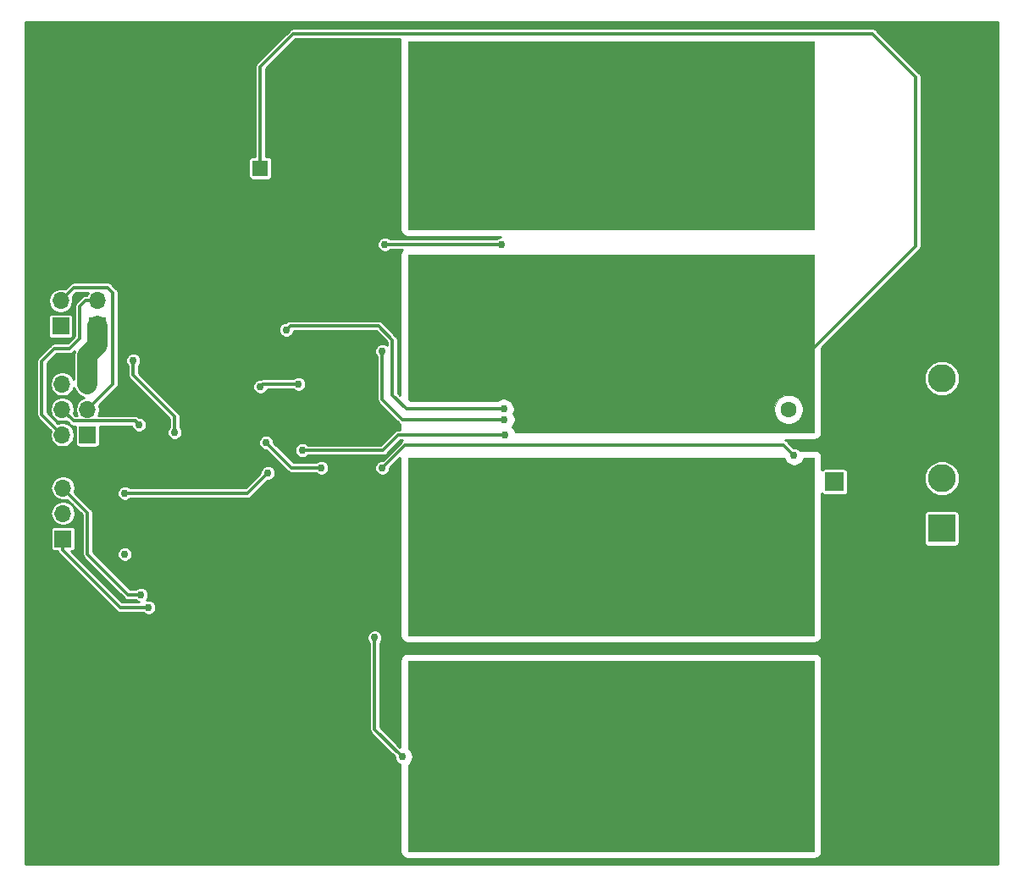
<source format=gbr>
G04 #@! TF.GenerationSoftware,KiCad,Pcbnew,(5.0.1)-4*
G04 #@! TF.CreationDate,2019-02-26T19:28:48-05:00*
G04 #@! TF.ProjectId,Capstone,43617073746F6E652E6B696361645F70,v01*
G04 #@! TF.SameCoordinates,Original*
G04 #@! TF.FileFunction,Copper,L2,Bot,Signal*
G04 #@! TF.FilePolarity,Positive*
%FSLAX46Y46*%
G04 Gerber Fmt 4.6, Leading zero omitted, Abs format (unit mm)*
G04 Created by KiCad (PCBNEW (5.0.1)-4) date 26/02/2019 7:28:48 PM*
%MOMM*%
%LPD*%
G01*
G04 APERTURE LIST*
G04 #@! TA.AperFunction,ComponentPad*
%ADD10C,5.500000*%
G04 #@! TD*
G04 #@! TA.AperFunction,ComponentPad*
%ADD11C,1.600000*%
G04 #@! TD*
G04 #@! TA.AperFunction,ComponentPad*
%ADD12R,1.600000X1.600000*%
G04 #@! TD*
G04 #@! TA.AperFunction,ComponentPad*
%ADD13R,1.700000X1.700000*%
G04 #@! TD*
G04 #@! TA.AperFunction,ComponentPad*
%ADD14O,1.700000X1.700000*%
G04 #@! TD*
G04 #@! TA.AperFunction,ComponentPad*
%ADD15R,1.905000X1.905000*%
G04 #@! TD*
G04 #@! TA.AperFunction,ComponentPad*
%ADD16C,1.905000*%
G04 #@! TD*
G04 #@! TA.AperFunction,ComponentPad*
%ADD17R,2.800000X2.800000*%
G04 #@! TD*
G04 #@! TA.AperFunction,ComponentPad*
%ADD18C,2.800000*%
G04 #@! TD*
G04 #@! TA.AperFunction,ViaPad*
%ADD19C,0.762000*%
G04 #@! TD*
G04 #@! TA.AperFunction,Conductor*
%ADD20C,0.300000*%
G04 #@! TD*
G04 #@! TA.AperFunction,Conductor*
%ADD21C,2.032000*%
G04 #@! TD*
G04 #@! TA.AperFunction,Conductor*
%ADD22C,0.025400*%
G04 #@! TD*
G04 #@! TA.AperFunction,Conductor*
%ADD23C,0.254000*%
G04 #@! TD*
G04 APERTURE END LIST*
D10*
G04 #@! TO.P,,1*
G04 #@! TO.N,N/C*
X203200000Y-55880000D03*
G04 #@! TD*
G04 #@! TO.P,,1*
G04 #@! TO.N,N/C*
X203200000Y-129540000D03*
G04 #@! TD*
G04 #@! TO.P,,1*
G04 #@! TO.N,N/C*
X116840000Y-127000000D03*
G04 #@! TD*
D11*
G04 #@! TO.P,Ce2,2*
G04 #@! TO.N,Earth*
X186650000Y-89154000D03*
D12*
G04 #@! TO.P,Ce2,1*
G04 #@! TO.N,Net-(Cc1-Pad1)*
X184150000Y-89154000D03*
G04 #@! TD*
D13*
G04 #@! TO.P,J2,1*
G04 #@! TO.N,Net-(J2-Pad1)*
X116589420Y-91711780D03*
D14*
G04 #@! TO.P,J2,2*
G04 #@! TO.N,Net-(J2-Pad2)*
X114049420Y-91711780D03*
G04 #@! TO.P,J2,3*
G04 #@! TO.N,Net-(J2-Pad3)*
X116589420Y-89171780D03*
G04 #@! TO.P,J2,4*
G04 #@! TO.N,Net-(J2-Pad4)*
X114049420Y-89171780D03*
G04 #@! TO.P,J2,5*
G04 #@! TO.N,Net-(Cc6-Pad1)*
X116589420Y-86631780D03*
G04 #@! TO.P,J2,6*
G04 #@! TO.N,Net-(J2-Pad6)*
X114049420Y-86631780D03*
G04 #@! TD*
D11*
G04 #@! TO.P,Ce1,2*
G04 #@! TO.N,Earth*
X136358000Y-65024000D03*
D12*
G04 #@! TO.P,Ce1,1*
G04 #@! TO.N,Net-(Cc1-Pad1)*
X133858000Y-65024000D03*
G04 #@! TD*
D13*
G04 #@! TO.P,RV1,1*
G04 #@! TO.N,Net-(Cc6-Pad1)*
X113897020Y-80822800D03*
D14*
G04 #@! TO.P,RV1,2*
G04 #@! TO.N,Net-(J2-Pad3)*
X113897020Y-78282800D03*
G04 #@! TO.P,RV1,3*
G04 #@! TO.N,Earth*
X113897020Y-75742800D03*
G04 #@! TD*
D13*
G04 #@! TO.P,RV2,1*
G04 #@! TO.N,Net-(Cc6-Pad1)*
X117572400Y-80822800D03*
D14*
G04 #@! TO.P,RV2,2*
G04 #@! TO.N,Net-(J2-Pad2)*
X117572400Y-78282800D03*
G04 #@! TO.P,RV2,3*
G04 #@! TO.N,Earth*
X117572400Y-75742800D03*
G04 #@! TD*
D15*
G04 #@! TO.P,F1,1*
G04 #@! TO.N,Net-(F1-Pad1)*
X191262000Y-96393000D03*
D16*
G04 #@! TO.P,F1,2*
G04 #@! TO.N,Net-(Cc1-Pad1)*
X180340000Y-96393000D03*
G04 #@! TD*
D13*
G04 #@! TO.P,J1,1*
G04 #@! TO.N,Net-(J1-Pad1)*
X114118000Y-102108000D03*
D14*
G04 #@! TO.P,J1,2*
X114118000Y-99568000D03*
G04 #@! TO.P,J1,3*
G04 #@! TO.N,Net-(J1-Pad3)*
X114118000Y-97028000D03*
G04 #@! TD*
D17*
G04 #@! TO.P,J3,1*
G04 #@! TO.N,Net-(Cc5-Pad1)*
X201955400Y-101066600D03*
D18*
G04 #@! TO.P,J3,2*
G04 #@! TO.N,Net-(F1-Pad1)*
X201955400Y-96066600D03*
G04 #@! TO.P,J3,3*
G04 #@! TO.N,Earth*
X201955400Y-91066600D03*
G04 #@! TO.P,J3,4*
G04 #@! TO.N,Net-(Cc3-Pad1)*
X201955400Y-86066600D03*
G04 #@! TD*
D10*
G04 #@! TO.P,,1*
G04 #@! TO.N,N/C*
X116840000Y-58420000D03*
G04 #@! TD*
D19*
G04 #@! TO.N,Net-(Cc1-Pad1)*
X168071800Y-104394000D03*
X169926000Y-104394000D03*
X169037000Y-103505000D03*
X168059100Y-101727000D03*
X170815000Y-103505000D03*
X170815000Y-101727000D03*
X169024300Y-101727000D03*
X168097200Y-103505000D03*
X169037000Y-104394000D03*
X170815000Y-104394000D03*
X169926000Y-101727000D03*
X168059100Y-102616000D03*
X170815000Y-102616000D03*
X169037000Y-102616000D03*
X169926000Y-102616000D03*
X169926000Y-103505000D03*
X169926000Y-84328000D03*
X169037000Y-84328000D03*
X168071800Y-84328000D03*
X168097200Y-83439000D03*
X169037000Y-83439000D03*
X169926000Y-83439000D03*
X169926000Y-82550000D03*
X169037000Y-82550000D03*
X168059100Y-82550000D03*
X170815000Y-84328000D03*
X170815000Y-83439000D03*
X170815000Y-82550000D03*
X170815000Y-81661000D03*
X169926000Y-81661000D03*
X169024300Y-81661000D03*
X168059100Y-81661000D03*
G04 #@! TO.N,Earth*
X126288800Y-99060000D03*
X131041429Y-99014507D03*
G04 #@! TO.N,Net-(Cc3-Pad1)*
X168275000Y-64389000D03*
X170129200Y-64389000D03*
X169240200Y-63500000D03*
X168262300Y-61722000D03*
X171018200Y-63500000D03*
X171018200Y-61722000D03*
X169227500Y-61722000D03*
X168300400Y-63500000D03*
X169240200Y-64389000D03*
X171018200Y-64389000D03*
X170129200Y-61722000D03*
X168262300Y-62611000D03*
X171018200Y-62611000D03*
X169240200Y-62611000D03*
X170129200Y-62611000D03*
X170129200Y-63500000D03*
X136448800Y-81178400D03*
X158165800Y-89128600D03*
G04 #@! TO.N,Net-(J1-Pad1)*
X122682000Y-108966000D03*
G04 #@! TO.N,Net-(R3-Pad1)*
X137668000Y-86614000D03*
X133858000Y-86868000D03*
G04 #@! TO.N,Net-(R4-Pad1)*
X134438000Y-92456000D03*
X139954000Y-94996000D03*
G04 #@! TO.N,Net-(Cc6-Pad1)*
X134620000Y-95504000D03*
X120307980Y-97536000D03*
X120307980Y-103632000D03*
G04 #@! TO.N,Net-(Cc5-Pad1)*
X168071800Y-123317000D03*
X169926000Y-123317000D03*
X169037000Y-122428000D03*
X168059100Y-120650000D03*
X170815000Y-122428000D03*
X170815000Y-120650000D03*
X169024300Y-120650000D03*
X168097200Y-122428000D03*
X169037000Y-123317000D03*
X170815000Y-123317000D03*
X169926000Y-120650000D03*
X168059100Y-121539000D03*
X170815000Y-121539000D03*
X169037000Y-121539000D03*
X169926000Y-121539000D03*
X169926000Y-122428000D03*
X138049000Y-93243400D03*
X158292800Y-91719400D03*
G04 #@! TO.N,Net-(J2-Pad4)*
X121738000Y-90678000D03*
G04 #@! TO.N,Net-(J2-Pad6)*
X125294000Y-91440000D03*
X121158000Y-84269580D03*
G04 #@! TO.N,Net-(J1-Pad3)*
X121920000Y-107696000D03*
G04 #@! TO.N,Net-(Q1-Pad4)*
X158242000Y-90170000D03*
X146050000Y-83312000D03*
G04 #@! TO.N,Net-(Q2-Pad4)*
X146050000Y-94996000D03*
X187198000Y-93726000D03*
G04 #@! TO.N,Net-(Q3-Pad4)*
X146304000Y-72644000D03*
X157988000Y-72644000D03*
G04 #@! TO.N,Net-(Q4-Pad4)*
X145288000Y-111988600D03*
X148005800Y-123901200D03*
G04 #@! TD*
D20*
G04 #@! TO.N,Net-(Cc1-Pad1)*
X184150000Y-88054000D02*
X199390000Y-72814000D01*
X184150000Y-89154000D02*
X184150000Y-88054000D01*
X199390000Y-72814000D02*
X199390000Y-55880000D01*
X199390000Y-55880000D02*
X195072000Y-51562000D01*
X195072000Y-51562000D02*
X137160000Y-51562000D01*
X133858000Y-54864000D02*
X133858000Y-65024000D01*
X137160000Y-51562000D02*
X133858000Y-54864000D01*
G04 #@! TO.N,Earth*
X126288800Y-99060000D02*
X130995936Y-99060000D01*
X130995936Y-99060000D02*
X131041429Y-99014507D01*
G04 #@! TO.N,Net-(Cc3-Pad1)*
X136829799Y-80797401D02*
X145669001Y-80797401D01*
X136448800Y-81178400D02*
X136829799Y-80797401D01*
X145669001Y-80797401D02*
X147066000Y-82194400D01*
X147066000Y-82194400D02*
X147066000Y-87731600D01*
X147066000Y-87731600D02*
X148463000Y-89128600D01*
X148463000Y-89128600D02*
X158165800Y-89128600D01*
G04 #@! TO.N,Net-(J1-Pad1)*
X114118000Y-102108000D02*
X114118000Y-103258000D01*
X119826000Y-108966000D02*
X122682000Y-108966000D01*
X114118000Y-103258000D02*
X119826000Y-108966000D01*
G04 #@! TO.N,Net-(J2-Pad2)*
X116370319Y-78282800D02*
X115824000Y-78829119D01*
X117572400Y-78282800D02*
X116370319Y-78282800D01*
X115824000Y-78829119D02*
X115824000Y-82042000D01*
X115824000Y-82042000D02*
X114808000Y-83058000D01*
X114808000Y-83058000D02*
X113284000Y-83058000D01*
X113284000Y-83058000D02*
X112014000Y-84328000D01*
X112014000Y-89676360D02*
X114049420Y-91711780D01*
X112014000Y-84328000D02*
X112014000Y-89676360D01*
G04 #@! TO.N,Net-(R3-Pad1)*
X137668000Y-86614000D02*
X134112000Y-86614000D01*
X134112000Y-86614000D02*
X133858000Y-86868000D01*
G04 #@! TO.N,Net-(R4-Pad1)*
X136978000Y-94996000D02*
X134438000Y-92456000D01*
X139954000Y-94996000D02*
X136978000Y-94996000D01*
G04 #@! TO.N,Net-(Cc6-Pad1)*
X132588000Y-97536000D02*
X120307980Y-97536000D01*
X134620000Y-95504000D02*
X132588000Y-97536000D01*
D21*
X117572400Y-82783008D02*
X117572400Y-80822800D01*
X116589420Y-83765988D02*
X117572400Y-82783008D01*
X116589420Y-86631780D02*
X116589420Y-83765988D01*
D20*
G04 #@! TO.N,Net-(J2-Pad3)*
X119126000Y-86635200D02*
X116589420Y-89171780D01*
X119126000Y-77470000D02*
X119126000Y-86635200D01*
X118618000Y-76962000D02*
X119126000Y-77470000D01*
X113897020Y-78282800D02*
X115217820Y-76962000D01*
X115217820Y-76962000D02*
X118618000Y-76962000D01*
G04 #@! TO.N,Net-(Cc5-Pad1)*
X138049000Y-93243400D02*
X146100800Y-93243400D01*
X146100800Y-93243400D02*
X147624800Y-91719400D01*
X147624800Y-91719400D02*
X158292800Y-91719400D01*
G04 #@! TO.N,Net-(J2-Pad4)*
X114899419Y-90021779D02*
X114049420Y-89171780D01*
X115176421Y-90298781D02*
X114899419Y-90021779D01*
X121358781Y-90298781D02*
X115176421Y-90298781D01*
X121738000Y-90678000D02*
X121358781Y-90298781D01*
G04 #@! TO.N,Net-(J2-Pad6)*
X125294000Y-91440000D02*
X125294000Y-89865200D01*
X121158000Y-85729200D02*
X125294000Y-89865200D01*
X121158000Y-84269580D02*
X121158000Y-85729200D01*
G04 #@! TO.N,Net-(J1-Pad3)*
X114118000Y-97028000D02*
X116586000Y-99496000D01*
X116586000Y-99496000D02*
X116586000Y-103632000D01*
X116586000Y-103632000D02*
X120650000Y-107696000D01*
X120650000Y-107696000D02*
X121920000Y-107696000D01*
G04 #@! TO.N,Net-(Q1-Pad4)*
X146050000Y-83312000D02*
X146050000Y-88138000D01*
X148082000Y-90170000D02*
X158242000Y-90170000D01*
X146050000Y-88138000D02*
X148082000Y-90170000D01*
G04 #@! TO.N,Net-(Q2-Pad4)*
X146050000Y-94996000D02*
X148336000Y-92710000D01*
X148336000Y-92710000D02*
X158242000Y-92710000D01*
X158242000Y-92710000D02*
X186182000Y-92710000D01*
X186182000Y-92710000D02*
X187198000Y-93726000D01*
G04 #@! TO.N,Net-(Q3-Pad4)*
X146304000Y-72644000D02*
X157988000Y-72644000D01*
G04 #@! TO.N,Net-(Q4-Pad4)*
X145288000Y-111988600D02*
X145288000Y-121183400D01*
X145288000Y-121183400D02*
X148005800Y-123901200D01*
G04 #@! TD*
D22*
G04 #@! TO.N,Net-(Cc3-Pad1)*
G36*
X189217300Y-71107300D02*
X148602700Y-71107300D01*
X148602700Y-52359700D01*
X189217300Y-52359700D01*
X189217300Y-71107300D01*
X189217300Y-71107300D01*
G37*
X189217300Y-71107300D02*
X148602700Y-71107300D01*
X148602700Y-52359700D01*
X189217300Y-52359700D01*
X189217300Y-71107300D01*
G04 #@! TO.N,Net-(Cc1-Pad1)*
G36*
X189217300Y-91427300D02*
X159283551Y-91427300D01*
X159281967Y-91419339D01*
X159204422Y-91232128D01*
X159091843Y-91063642D01*
X158948558Y-90920357D01*
X158947291Y-90919510D01*
X159041043Y-90825758D01*
X159153622Y-90657272D01*
X159231167Y-90470061D01*
X159270700Y-90271318D01*
X159270700Y-90068682D01*
X159231167Y-89869939D01*
X159153622Y-89682728D01*
X159089487Y-89586744D01*
X159154967Y-89428661D01*
X159194500Y-89229918D01*
X159194500Y-89027282D01*
X159191344Y-89011414D01*
X185202300Y-89011414D01*
X185202300Y-89296586D01*
X185257934Y-89576279D01*
X185367065Y-89839743D01*
X185525498Y-90076855D01*
X185727145Y-90278502D01*
X185964257Y-90436935D01*
X186227721Y-90546066D01*
X186507414Y-90601700D01*
X186792586Y-90601700D01*
X187072279Y-90546066D01*
X187335743Y-90436935D01*
X187572855Y-90278502D01*
X187774502Y-90076855D01*
X187932935Y-89839743D01*
X188042066Y-89576279D01*
X188097700Y-89296586D01*
X188097700Y-89011414D01*
X188042066Y-88731721D01*
X187932935Y-88468257D01*
X187774502Y-88231145D01*
X187572855Y-88029498D01*
X187335743Y-87871065D01*
X187072279Y-87761934D01*
X186792586Y-87706300D01*
X186507414Y-87706300D01*
X186227721Y-87761934D01*
X185964257Y-87871065D01*
X185727145Y-88029498D01*
X185525498Y-88231145D01*
X185367065Y-88468257D01*
X185257934Y-88731721D01*
X185202300Y-89011414D01*
X159191344Y-89011414D01*
X159154967Y-88828539D01*
X159077422Y-88641328D01*
X158964843Y-88472842D01*
X158821558Y-88329557D01*
X158653072Y-88216978D01*
X158465861Y-88139433D01*
X158267118Y-88099900D01*
X158064482Y-88099900D01*
X157865739Y-88139433D01*
X157678528Y-88216978D01*
X157510042Y-88329557D01*
X157508699Y-88330900D01*
X148793418Y-88330900D01*
X148602700Y-88140182D01*
X148602700Y-73672700D01*
X189217300Y-73672700D01*
X189217300Y-91427300D01*
X189217300Y-91427300D01*
G37*
X189217300Y-91427300D02*
X159283551Y-91427300D01*
X159281967Y-91419339D01*
X159204422Y-91232128D01*
X159091843Y-91063642D01*
X158948558Y-90920357D01*
X158947291Y-90919510D01*
X159041043Y-90825758D01*
X159153622Y-90657272D01*
X159231167Y-90470061D01*
X159270700Y-90271318D01*
X159270700Y-90068682D01*
X159231167Y-89869939D01*
X159153622Y-89682728D01*
X159089487Y-89586744D01*
X159154967Y-89428661D01*
X159194500Y-89229918D01*
X159194500Y-89027282D01*
X159191344Y-89011414D01*
X185202300Y-89011414D01*
X185202300Y-89296586D01*
X185257934Y-89576279D01*
X185367065Y-89839743D01*
X185525498Y-90076855D01*
X185727145Y-90278502D01*
X185964257Y-90436935D01*
X186227721Y-90546066D01*
X186507414Y-90601700D01*
X186792586Y-90601700D01*
X187072279Y-90546066D01*
X187335743Y-90436935D01*
X187572855Y-90278502D01*
X187774502Y-90076855D01*
X187932935Y-89839743D01*
X188042066Y-89576279D01*
X188097700Y-89296586D01*
X188097700Y-89011414D01*
X188042066Y-88731721D01*
X187932935Y-88468257D01*
X187774502Y-88231145D01*
X187572855Y-88029498D01*
X187335743Y-87871065D01*
X187072279Y-87761934D01*
X186792586Y-87706300D01*
X186507414Y-87706300D01*
X186227721Y-87761934D01*
X185964257Y-87871065D01*
X185727145Y-88029498D01*
X185525498Y-88231145D01*
X185367065Y-88468257D01*
X185257934Y-88731721D01*
X185202300Y-89011414D01*
X159191344Y-89011414D01*
X159154967Y-88828539D01*
X159077422Y-88641328D01*
X158964843Y-88472842D01*
X158821558Y-88329557D01*
X158653072Y-88216978D01*
X158465861Y-88139433D01*
X158267118Y-88099900D01*
X158064482Y-88099900D01*
X157865739Y-88139433D01*
X157678528Y-88216978D01*
X157510042Y-88329557D01*
X157508699Y-88330900D01*
X148793418Y-88330900D01*
X148602700Y-88140182D01*
X148602700Y-73672700D01*
X189217300Y-73672700D01*
X189217300Y-91427300D01*
G36*
X186208833Y-94026061D02*
X186286378Y-94213272D01*
X186398957Y-94381758D01*
X186542242Y-94525043D01*
X186710728Y-94637622D01*
X186897939Y-94715167D01*
X187096682Y-94754700D01*
X187299318Y-94754700D01*
X187498061Y-94715167D01*
X187685272Y-94637622D01*
X187853758Y-94525043D01*
X187997043Y-94381758D01*
X188109622Y-94213272D01*
X188187167Y-94026061D01*
X188193803Y-93992700D01*
X189217300Y-93992700D01*
X189217300Y-111747300D01*
X148602700Y-111747300D01*
X148602700Y-93992700D01*
X186202197Y-93992700D01*
X186208833Y-94026061D01*
X186208833Y-94026061D01*
G37*
X186208833Y-94026061D02*
X186286378Y-94213272D01*
X186398957Y-94381758D01*
X186542242Y-94525043D01*
X186710728Y-94637622D01*
X186897939Y-94715167D01*
X187096682Y-94754700D01*
X187299318Y-94754700D01*
X187498061Y-94715167D01*
X187685272Y-94637622D01*
X187853758Y-94525043D01*
X187997043Y-94381758D01*
X188109622Y-94213272D01*
X188187167Y-94026061D01*
X188193803Y-93992700D01*
X189217300Y-93992700D01*
X189217300Y-111747300D01*
X148602700Y-111747300D01*
X148602700Y-93992700D01*
X186202197Y-93992700D01*
X186208833Y-94026061D01*
G04 #@! TO.N,Net-(Cc5-Pad1)*
G36*
X189217300Y-133337300D02*
X148602700Y-133337300D01*
X148602700Y-124739571D01*
X148661558Y-124700243D01*
X148804843Y-124556958D01*
X148917422Y-124388472D01*
X148994967Y-124201261D01*
X149034500Y-124002518D01*
X149034500Y-123799882D01*
X148994967Y-123601139D01*
X148917422Y-123413928D01*
X148804843Y-123245442D01*
X148661558Y-123102157D01*
X148602700Y-123062829D01*
X148602700Y-114312700D01*
X189217300Y-114312700D01*
X189217300Y-133337300D01*
X189217300Y-133337300D01*
G37*
X189217300Y-133337300D02*
X148602700Y-133337300D01*
X148602700Y-124739571D01*
X148661558Y-124700243D01*
X148804843Y-124556958D01*
X148917422Y-124388472D01*
X148994967Y-124201261D01*
X149034500Y-124002518D01*
X149034500Y-123799882D01*
X148994967Y-123601139D01*
X148917422Y-123413928D01*
X148804843Y-123245442D01*
X148661558Y-123102157D01*
X148602700Y-123062829D01*
X148602700Y-114312700D01*
X189217300Y-114312700D01*
X189217300Y-133337300D01*
D23*
G04 #@! TO.N,Earth*
G36*
X207606301Y-134606300D02*
X110393700Y-134606300D01*
X110393700Y-111837029D01*
X144526000Y-111837029D01*
X144526000Y-112140171D01*
X144642008Y-112420238D01*
X144757000Y-112535230D01*
X144757001Y-121131105D01*
X144746599Y-121183400D01*
X144787810Y-121390585D01*
X144875549Y-121521896D01*
X144875551Y-121521898D01*
X144905172Y-121566229D01*
X144949503Y-121595850D01*
X147243800Y-123890147D01*
X147243800Y-124052771D01*
X147359808Y-124332838D01*
X147574162Y-124547192D01*
X147828000Y-124652336D01*
X147828000Y-133350000D01*
X147886004Y-133641605D01*
X148051185Y-133888815D01*
X148298395Y-134053996D01*
X148590000Y-134112000D01*
X189230000Y-134112000D01*
X189521605Y-134053996D01*
X189768815Y-133888815D01*
X189933996Y-133641605D01*
X189992000Y-133350000D01*
X189992000Y-114300000D01*
X189933996Y-114008395D01*
X189768815Y-113761185D01*
X189521605Y-113596004D01*
X189230000Y-113538000D01*
X148590000Y-113538000D01*
X148298395Y-113596004D01*
X148051185Y-113761185D01*
X147886004Y-114008395D01*
X147828000Y-114300000D01*
X147828000Y-122972453D01*
X145819000Y-120963453D01*
X145819000Y-112535230D01*
X145933992Y-112420238D01*
X146050000Y-112140171D01*
X146050000Y-111837029D01*
X145933992Y-111556962D01*
X145719638Y-111342608D01*
X145439571Y-111226600D01*
X145136429Y-111226600D01*
X144856362Y-111342608D01*
X144642008Y-111556962D01*
X144526000Y-111837029D01*
X110393700Y-111837029D01*
X110393700Y-99568000D01*
X112862884Y-99568000D01*
X112958424Y-100048312D01*
X113230499Y-100455501D01*
X113637688Y-100727576D01*
X113996761Y-100799000D01*
X114239239Y-100799000D01*
X114598312Y-100727576D01*
X115005501Y-100455501D01*
X115277576Y-100048312D01*
X115373116Y-99568000D01*
X115277576Y-99087688D01*
X115005501Y-98680499D01*
X114598312Y-98408424D01*
X114239239Y-98337000D01*
X113996761Y-98337000D01*
X113637688Y-98408424D01*
X113230499Y-98680499D01*
X112958424Y-99087688D01*
X112862884Y-99568000D01*
X110393700Y-99568000D01*
X110393700Y-97028000D01*
X112862884Y-97028000D01*
X112958424Y-97508312D01*
X113230499Y-97915501D01*
X113637688Y-98187576D01*
X113996761Y-98259000D01*
X114239239Y-98259000D01*
X114538522Y-98199469D01*
X116055000Y-99715948D01*
X116055001Y-103579705D01*
X116044599Y-103632000D01*
X116085810Y-103839185D01*
X116173549Y-103970496D01*
X116173551Y-103970498D01*
X116203172Y-104014829D01*
X116247503Y-104044450D01*
X120237550Y-108034498D01*
X120267171Y-108078829D01*
X120311502Y-108108450D01*
X120311503Y-108108451D01*
X120442814Y-108196190D01*
X120650000Y-108237402D01*
X120702294Y-108227000D01*
X121373370Y-108227000D01*
X121488362Y-108341992D01*
X121712902Y-108435000D01*
X120045948Y-108435000D01*
X114957411Y-103346464D01*
X114968000Y-103346464D01*
X115116659Y-103316894D01*
X115242686Y-103232686D01*
X115326894Y-103106659D01*
X115356464Y-102958000D01*
X115356464Y-101258000D01*
X115326894Y-101109341D01*
X115242686Y-100983314D01*
X115116659Y-100899106D01*
X114968000Y-100869536D01*
X113268000Y-100869536D01*
X113119341Y-100899106D01*
X112993314Y-100983314D01*
X112909106Y-101109341D01*
X112879536Y-101258000D01*
X112879536Y-102958000D01*
X112909106Y-103106659D01*
X112993314Y-103232686D01*
X113119341Y-103316894D01*
X113268000Y-103346464D01*
X113594195Y-103346464D01*
X113617810Y-103465185D01*
X113705549Y-103596496D01*
X113705551Y-103596498D01*
X113735172Y-103640829D01*
X113779503Y-103670450D01*
X119413550Y-109304498D01*
X119443171Y-109348829D01*
X119487502Y-109378450D01*
X119487503Y-109378451D01*
X119618814Y-109466190D01*
X119773706Y-109497000D01*
X119773709Y-109497000D01*
X119825999Y-109507401D01*
X119878289Y-109497000D01*
X122135370Y-109497000D01*
X122250362Y-109611992D01*
X122530429Y-109728000D01*
X122833571Y-109728000D01*
X123113638Y-109611992D01*
X123327992Y-109397638D01*
X123444000Y-109117571D01*
X123444000Y-108814429D01*
X123327992Y-108534362D01*
X123113638Y-108320008D01*
X122833571Y-108204000D01*
X122530429Y-108204000D01*
X122460781Y-108232849D01*
X122565992Y-108127638D01*
X122682000Y-107847571D01*
X122682000Y-107544429D01*
X122565992Y-107264362D01*
X122351638Y-107050008D01*
X122071571Y-106934000D01*
X121768429Y-106934000D01*
X121488362Y-107050008D01*
X121373370Y-107165000D01*
X120869948Y-107165000D01*
X117185377Y-103480429D01*
X119545980Y-103480429D01*
X119545980Y-103783571D01*
X119661988Y-104063638D01*
X119876342Y-104277992D01*
X120156409Y-104394000D01*
X120459551Y-104394000D01*
X120739618Y-104277992D01*
X120953972Y-104063638D01*
X121069980Y-103783571D01*
X121069980Y-103480429D01*
X120953972Y-103200362D01*
X120739618Y-102986008D01*
X120459551Y-102870000D01*
X120156409Y-102870000D01*
X119876342Y-102986008D01*
X119661988Y-103200362D01*
X119545980Y-103480429D01*
X117185377Y-103480429D01*
X117117000Y-103412053D01*
X117117000Y-99548289D01*
X117127401Y-99495999D01*
X117117000Y-99443707D01*
X117117000Y-99443706D01*
X117086190Y-99288814D01*
X116968829Y-99113171D01*
X116924498Y-99083550D01*
X115289469Y-97448522D01*
X115302217Y-97384429D01*
X119545980Y-97384429D01*
X119545980Y-97687571D01*
X119661988Y-97967638D01*
X119876342Y-98181992D01*
X120156409Y-98298000D01*
X120459551Y-98298000D01*
X120739618Y-98181992D01*
X120854610Y-98067000D01*
X132535710Y-98067000D01*
X132588000Y-98077401D01*
X132640290Y-98067000D01*
X132640294Y-98067000D01*
X132795186Y-98036190D01*
X132970829Y-97918829D01*
X133000452Y-97874495D01*
X134608948Y-96266000D01*
X134771571Y-96266000D01*
X135051638Y-96149992D01*
X135265992Y-95935638D01*
X135382000Y-95655571D01*
X135382000Y-95352429D01*
X135265992Y-95072362D01*
X135051638Y-94858008D01*
X134771571Y-94742000D01*
X134468429Y-94742000D01*
X134188362Y-94858008D01*
X133974008Y-95072362D01*
X133858000Y-95352429D01*
X133858000Y-95515052D01*
X132368053Y-97005000D01*
X120854610Y-97005000D01*
X120739618Y-96890008D01*
X120459551Y-96774000D01*
X120156409Y-96774000D01*
X119876342Y-96890008D01*
X119661988Y-97104362D01*
X119545980Y-97384429D01*
X115302217Y-97384429D01*
X115373116Y-97028000D01*
X115277576Y-96547688D01*
X115005501Y-96140499D01*
X114598312Y-95868424D01*
X114239239Y-95797000D01*
X113996761Y-95797000D01*
X113637688Y-95868424D01*
X113230499Y-96140499D01*
X112958424Y-96547688D01*
X112862884Y-97028000D01*
X110393700Y-97028000D01*
X110393700Y-84328000D01*
X111472599Y-84328000D01*
X111483000Y-84380290D01*
X111483001Y-89624065D01*
X111472599Y-89676360D01*
X111513810Y-89883545D01*
X111601549Y-90014856D01*
X111601551Y-90014858D01*
X111631172Y-90059189D01*
X111675503Y-90088810D01*
X112877951Y-91291258D01*
X112794304Y-91711780D01*
X112889844Y-92192092D01*
X113161919Y-92599281D01*
X113569108Y-92871356D01*
X113928181Y-92942780D01*
X114170659Y-92942780D01*
X114529732Y-92871356D01*
X114936921Y-92599281D01*
X115208996Y-92192092D01*
X115304536Y-91711780D01*
X115208996Y-91231468D01*
X114936921Y-90824279D01*
X114529732Y-90552204D01*
X114170659Y-90480780D01*
X113928181Y-90480780D01*
X113628898Y-90540311D01*
X112545000Y-89456413D01*
X112545000Y-84547947D01*
X113503947Y-83589000D01*
X114755710Y-83589000D01*
X114808000Y-83599401D01*
X114860290Y-83589000D01*
X114860294Y-83589000D01*
X115015186Y-83558190D01*
X115190829Y-83440829D01*
X115220452Y-83396495D01*
X115243043Y-83373904D01*
X115165053Y-83765988D01*
X115192421Y-83903576D01*
X115192420Y-86126661D01*
X114936921Y-85744279D01*
X114529732Y-85472204D01*
X114170659Y-85400780D01*
X113928181Y-85400780D01*
X113569108Y-85472204D01*
X113161919Y-85744279D01*
X112889844Y-86151468D01*
X112794304Y-86631780D01*
X112889844Y-87112092D01*
X113161919Y-87519281D01*
X113569108Y-87791356D01*
X113928181Y-87862780D01*
X114170659Y-87862780D01*
X114529732Y-87791356D01*
X114936921Y-87519281D01*
X115208996Y-87112092D01*
X115234794Y-86982396D01*
X115273476Y-87176861D01*
X115582240Y-87638959D01*
X116044338Y-87947724D01*
X116238804Y-87986406D01*
X116109108Y-88012204D01*
X115701919Y-88284279D01*
X115429844Y-88691468D01*
X115334304Y-89171780D01*
X115429844Y-89652092D01*
X115507145Y-89767781D01*
X115396368Y-89767781D01*
X115311872Y-89683285D01*
X115311870Y-89683282D01*
X115220889Y-89592301D01*
X115304536Y-89171780D01*
X115208996Y-88691468D01*
X114936921Y-88284279D01*
X114529732Y-88012204D01*
X114170659Y-87940780D01*
X113928181Y-87940780D01*
X113569108Y-88012204D01*
X113161919Y-88284279D01*
X112889844Y-88691468D01*
X112794304Y-89171780D01*
X112889844Y-89652092D01*
X113161919Y-90059281D01*
X113569108Y-90331356D01*
X113928181Y-90402780D01*
X114170659Y-90402780D01*
X114469941Y-90343249D01*
X114560922Y-90434230D01*
X114560925Y-90434232D01*
X114763969Y-90637276D01*
X114793592Y-90681610D01*
X114969235Y-90798971D01*
X115124127Y-90829781D01*
X115124131Y-90829781D01*
X115176421Y-90840182D01*
X115228711Y-90829781D01*
X115357321Y-90829781D01*
X115350956Y-90861780D01*
X115350956Y-92561780D01*
X115380526Y-92710439D01*
X115464734Y-92836466D01*
X115590761Y-92920674D01*
X115739420Y-92950244D01*
X117439420Y-92950244D01*
X117588079Y-92920674D01*
X117714106Y-92836466D01*
X117798314Y-92710439D01*
X117827884Y-92561780D01*
X117827884Y-92304429D01*
X133676000Y-92304429D01*
X133676000Y-92607571D01*
X133792008Y-92887638D01*
X134006362Y-93101992D01*
X134286429Y-93218000D01*
X134449053Y-93218000D01*
X136565548Y-95334495D01*
X136595171Y-95378829D01*
X136770814Y-95496190D01*
X136925706Y-95527000D01*
X136925709Y-95527000D01*
X136977999Y-95537401D01*
X137030289Y-95527000D01*
X139407370Y-95527000D01*
X139522362Y-95641992D01*
X139802429Y-95758000D01*
X140105571Y-95758000D01*
X140385638Y-95641992D01*
X140599992Y-95427638D01*
X140716000Y-95147571D01*
X140716000Y-94844429D01*
X140599992Y-94564362D01*
X140385638Y-94350008D01*
X140105571Y-94234000D01*
X139802429Y-94234000D01*
X139522362Y-94350008D01*
X139407370Y-94465000D01*
X137197947Y-94465000D01*
X135200000Y-92467053D01*
X135200000Y-92304429D01*
X135083992Y-92024362D01*
X134869638Y-91810008D01*
X134589571Y-91694000D01*
X134286429Y-91694000D01*
X134006362Y-91810008D01*
X133792008Y-92024362D01*
X133676000Y-92304429D01*
X117827884Y-92304429D01*
X117827884Y-90861780D01*
X117821519Y-90829781D01*
X120976087Y-90829781D01*
X121092008Y-91109638D01*
X121306362Y-91323992D01*
X121586429Y-91440000D01*
X121889571Y-91440000D01*
X122169638Y-91323992D01*
X122383992Y-91109638D01*
X122500000Y-90829571D01*
X122500000Y-90526429D01*
X122383992Y-90246362D01*
X122169638Y-90032008D01*
X121889571Y-89916000D01*
X121741642Y-89916000D01*
X121741610Y-89915952D01*
X121565967Y-89798591D01*
X121411075Y-89767781D01*
X121411071Y-89767781D01*
X121358781Y-89757380D01*
X121306491Y-89767781D01*
X117671695Y-89767781D01*
X117748996Y-89652092D01*
X117844536Y-89171780D01*
X117760889Y-88751258D01*
X119464498Y-87047650D01*
X119508829Y-87018029D01*
X119626190Y-86842386D01*
X119640714Y-86769367D01*
X119667402Y-86635200D01*
X119657000Y-86582906D01*
X119657000Y-84118009D01*
X120396000Y-84118009D01*
X120396000Y-84421151D01*
X120512008Y-84701218D01*
X120627000Y-84816210D01*
X120627001Y-85676905D01*
X120616599Y-85729200D01*
X120657810Y-85936385D01*
X120745549Y-86067696D01*
X120745551Y-86067698D01*
X120775172Y-86112029D01*
X120819503Y-86141650D01*
X124763001Y-90085148D01*
X124763000Y-90893370D01*
X124648008Y-91008362D01*
X124532000Y-91288429D01*
X124532000Y-91591571D01*
X124648008Y-91871638D01*
X124862362Y-92085992D01*
X125142429Y-92202000D01*
X125445571Y-92202000D01*
X125725638Y-92085992D01*
X125939992Y-91871638D01*
X126056000Y-91591571D01*
X126056000Y-91288429D01*
X125939992Y-91008362D01*
X125825000Y-90893370D01*
X125825000Y-89917489D01*
X125835401Y-89865199D01*
X125825000Y-89812909D01*
X125825000Y-89812906D01*
X125794190Y-89658014D01*
X125676829Y-89482371D01*
X125632495Y-89452748D01*
X122896176Y-86716429D01*
X133096000Y-86716429D01*
X133096000Y-87019571D01*
X133212008Y-87299638D01*
X133426362Y-87513992D01*
X133706429Y-87630000D01*
X134009571Y-87630000D01*
X134289638Y-87513992D01*
X134503992Y-87299638D01*
X134568045Y-87145000D01*
X137121370Y-87145000D01*
X137236362Y-87259992D01*
X137516429Y-87376000D01*
X137819571Y-87376000D01*
X138099638Y-87259992D01*
X138313992Y-87045638D01*
X138430000Y-86765571D01*
X138430000Y-86462429D01*
X138313992Y-86182362D01*
X138099638Y-85968008D01*
X137819571Y-85852000D01*
X137516429Y-85852000D01*
X137236362Y-85968008D01*
X137121370Y-86083000D01*
X134164289Y-86083000D01*
X134111999Y-86072599D01*
X134059709Y-86083000D01*
X134059706Y-86083000D01*
X133944077Y-86106000D01*
X133706429Y-86106000D01*
X133426362Y-86222008D01*
X133212008Y-86436362D01*
X133096000Y-86716429D01*
X122896176Y-86716429D01*
X121689000Y-85509253D01*
X121689000Y-84816210D01*
X121803992Y-84701218D01*
X121920000Y-84421151D01*
X121920000Y-84118009D01*
X121803992Y-83837942D01*
X121589638Y-83623588D01*
X121309571Y-83507580D01*
X121006429Y-83507580D01*
X120726362Y-83623588D01*
X120512008Y-83837942D01*
X120396000Y-84118009D01*
X119657000Y-84118009D01*
X119657000Y-77522289D01*
X119667401Y-77469999D01*
X119657000Y-77417707D01*
X119657000Y-77417706D01*
X119626190Y-77262814D01*
X119508829Y-77087171D01*
X119464495Y-77057548D01*
X119030452Y-76623505D01*
X119000829Y-76579171D01*
X118825186Y-76461810D01*
X118670294Y-76431000D01*
X118670290Y-76431000D01*
X118618000Y-76420599D01*
X118565710Y-76431000D01*
X115270109Y-76431000D01*
X115217819Y-76420599D01*
X115165529Y-76431000D01*
X115165526Y-76431000D01*
X115010634Y-76461810D01*
X114834991Y-76579171D01*
X114805368Y-76623505D01*
X114317542Y-77111331D01*
X114018259Y-77051800D01*
X113775781Y-77051800D01*
X113416708Y-77123224D01*
X113009519Y-77395299D01*
X112737444Y-77802488D01*
X112641904Y-78282800D01*
X112737444Y-78763112D01*
X113009519Y-79170301D01*
X113416708Y-79442376D01*
X113775781Y-79513800D01*
X114018259Y-79513800D01*
X114377332Y-79442376D01*
X114784521Y-79170301D01*
X115056596Y-78763112D01*
X115152136Y-78282800D01*
X115068489Y-77862278D01*
X115437767Y-77493000D01*
X116619617Y-77493000D01*
X116446693Y-77751800D01*
X116422613Y-77751800D01*
X116370319Y-77741398D01*
X116318025Y-77751800D01*
X116163133Y-77782610D01*
X115987490Y-77899971D01*
X115957869Y-77944303D01*
X115485505Y-78416667D01*
X115441171Y-78446290D01*
X115323810Y-78621934D01*
X115293000Y-78776826D01*
X115293000Y-78776829D01*
X115282599Y-78829119D01*
X115293000Y-78881409D01*
X115293001Y-81822051D01*
X114588053Y-82527000D01*
X113336289Y-82527000D01*
X113283999Y-82516599D01*
X113231709Y-82527000D01*
X113231706Y-82527000D01*
X113076814Y-82557810D01*
X112901171Y-82675171D01*
X112871549Y-82719504D01*
X111675505Y-83915548D01*
X111631171Y-83945171D01*
X111513810Y-84120815D01*
X111483000Y-84275707D01*
X111483000Y-84275710D01*
X111472599Y-84328000D01*
X110393700Y-84328000D01*
X110393700Y-79972800D01*
X112658556Y-79972800D01*
X112658556Y-81672800D01*
X112688126Y-81821459D01*
X112772334Y-81947486D01*
X112898361Y-82031694D01*
X113047020Y-82061264D01*
X114747020Y-82061264D01*
X114895679Y-82031694D01*
X115021706Y-81947486D01*
X115105914Y-81821459D01*
X115135484Y-81672800D01*
X115135484Y-79972800D01*
X115105914Y-79824141D01*
X115021706Y-79698114D01*
X114895679Y-79613906D01*
X114747020Y-79584336D01*
X113047020Y-79584336D01*
X112898361Y-79613906D01*
X112772334Y-79698114D01*
X112688126Y-79824141D01*
X112658556Y-79972800D01*
X110393700Y-79972800D01*
X110393700Y-64224000D01*
X132669536Y-64224000D01*
X132669536Y-65824000D01*
X132699106Y-65972659D01*
X132783314Y-66098686D01*
X132909341Y-66182894D01*
X133058000Y-66212464D01*
X134658000Y-66212464D01*
X134806659Y-66182894D01*
X134932686Y-66098686D01*
X135016894Y-65972659D01*
X135046464Y-65824000D01*
X135046464Y-64224000D01*
X135016894Y-64075341D01*
X134932686Y-63949314D01*
X134806659Y-63865106D01*
X134658000Y-63835536D01*
X134389000Y-63835536D01*
X134389000Y-55083947D01*
X137379948Y-52093000D01*
X147828000Y-52093000D01*
X147828000Y-71120000D01*
X147886004Y-71411605D01*
X148051185Y-71658815D01*
X148298395Y-71823996D01*
X148590000Y-71882000D01*
X157836429Y-71882000D01*
X157556362Y-71998008D01*
X157441370Y-72113000D01*
X146850630Y-72113000D01*
X146735638Y-71998008D01*
X146455571Y-71882000D01*
X146152429Y-71882000D01*
X145872362Y-71998008D01*
X145658008Y-72212362D01*
X145542000Y-72492429D01*
X145542000Y-72795571D01*
X145658008Y-73075638D01*
X145872362Y-73289992D01*
X146152429Y-73406000D01*
X146455571Y-73406000D01*
X146735638Y-73289992D01*
X146850630Y-73175000D01*
X148015227Y-73175000D01*
X147886004Y-73368395D01*
X147828000Y-73660000D01*
X147828000Y-87742653D01*
X147597000Y-87511653D01*
X147597000Y-82246694D01*
X147607402Y-82194400D01*
X147566190Y-81987214D01*
X147478451Y-81855903D01*
X147478450Y-81855902D01*
X147448829Y-81811571D01*
X147404498Y-81781950D01*
X146081453Y-80458906D01*
X146051830Y-80414572D01*
X145876187Y-80297211D01*
X145721295Y-80266401D01*
X145721291Y-80266401D01*
X145669001Y-80256000D01*
X145616711Y-80266401D01*
X136882089Y-80266401D01*
X136829799Y-80256000D01*
X136777509Y-80266401D01*
X136777505Y-80266401D01*
X136622613Y-80297211D01*
X136446970Y-80414572D01*
X136445749Y-80416400D01*
X136297229Y-80416400D01*
X136017162Y-80532408D01*
X135802808Y-80746762D01*
X135686800Y-81026829D01*
X135686800Y-81329971D01*
X135802808Y-81610038D01*
X136017162Y-81824392D01*
X136297229Y-81940400D01*
X136600371Y-81940400D01*
X136880438Y-81824392D01*
X137094792Y-81610038D01*
X137210800Y-81329971D01*
X137210800Y-81328401D01*
X145449054Y-81328401D01*
X146535000Y-82414348D01*
X146535000Y-82719370D01*
X146481638Y-82666008D01*
X146201571Y-82550000D01*
X145898429Y-82550000D01*
X145618362Y-82666008D01*
X145404008Y-82880362D01*
X145288000Y-83160429D01*
X145288000Y-83463571D01*
X145404008Y-83743638D01*
X145519000Y-83858630D01*
X145519001Y-88085705D01*
X145508599Y-88138000D01*
X145549810Y-88345185D01*
X145637549Y-88476496D01*
X145637551Y-88476498D01*
X145667172Y-88520829D01*
X145711503Y-88550450D01*
X147669550Y-90508498D01*
X147699171Y-90552829D01*
X147743502Y-90582450D01*
X147743503Y-90582451D01*
X147825556Y-90637277D01*
X147828000Y-90638910D01*
X147828000Y-91188400D01*
X147677089Y-91188400D01*
X147624799Y-91177999D01*
X147572509Y-91188400D01*
X147572506Y-91188400D01*
X147417614Y-91219210D01*
X147241971Y-91336571D01*
X147212348Y-91380905D01*
X145880853Y-92712400D01*
X138595630Y-92712400D01*
X138480638Y-92597408D01*
X138200571Y-92481400D01*
X137897429Y-92481400D01*
X137617362Y-92597408D01*
X137403008Y-92811762D01*
X137287000Y-93091829D01*
X137287000Y-93394971D01*
X137403008Y-93675038D01*
X137617362Y-93889392D01*
X137897429Y-94005400D01*
X138200571Y-94005400D01*
X138480638Y-93889392D01*
X138595630Y-93774400D01*
X146048510Y-93774400D01*
X146100800Y-93784801D01*
X146153090Y-93774400D01*
X146153094Y-93774400D01*
X146307986Y-93743590D01*
X146483629Y-93626229D01*
X146513252Y-93581895D01*
X147844747Y-92250400D01*
X148068067Y-92250400D01*
X147953171Y-92327171D01*
X147923548Y-92371505D01*
X146061053Y-94234000D01*
X145898429Y-94234000D01*
X145618362Y-94350008D01*
X145404008Y-94564362D01*
X145288000Y-94844429D01*
X145288000Y-95147571D01*
X145404008Y-95427638D01*
X145618362Y-95641992D01*
X145898429Y-95758000D01*
X146201571Y-95758000D01*
X146481638Y-95641992D01*
X146695992Y-95427638D01*
X146812000Y-95147571D01*
X146812000Y-94984947D01*
X147830745Y-93966202D01*
X147828000Y-93980000D01*
X147828000Y-111760000D01*
X147886004Y-112051605D01*
X148051185Y-112298815D01*
X148298395Y-112463996D01*
X148590000Y-112522000D01*
X189230000Y-112522000D01*
X189521605Y-112463996D01*
X189768815Y-112298815D01*
X189933996Y-112051605D01*
X189992000Y-111760000D01*
X189992000Y-99666600D01*
X200166936Y-99666600D01*
X200166936Y-102466600D01*
X200196506Y-102615259D01*
X200280714Y-102741286D01*
X200406741Y-102825494D01*
X200555400Y-102855064D01*
X203355400Y-102855064D01*
X203504059Y-102825494D01*
X203630086Y-102741286D01*
X203714294Y-102615259D01*
X203743864Y-102466600D01*
X203743864Y-99666600D01*
X203714294Y-99517941D01*
X203630086Y-99391914D01*
X203504059Y-99307706D01*
X203355400Y-99278136D01*
X200555400Y-99278136D01*
X200406741Y-99307706D01*
X200280714Y-99391914D01*
X200196506Y-99517941D01*
X200166936Y-99666600D01*
X189992000Y-99666600D01*
X189992000Y-97556110D01*
X190034814Y-97620186D01*
X190160841Y-97704394D01*
X190309500Y-97733964D01*
X192214500Y-97733964D01*
X192363159Y-97704394D01*
X192489186Y-97620186D01*
X192573394Y-97494159D01*
X192602964Y-97345500D01*
X192602964Y-95712337D01*
X200174400Y-95712337D01*
X200174400Y-96420863D01*
X200445541Y-97075456D01*
X200946544Y-97576459D01*
X201601137Y-97847600D01*
X202309663Y-97847600D01*
X202964256Y-97576459D01*
X203465259Y-97075456D01*
X203736400Y-96420863D01*
X203736400Y-95712337D01*
X203465259Y-95057744D01*
X202964256Y-94556741D01*
X202309663Y-94285600D01*
X201601137Y-94285600D01*
X200946544Y-94556741D01*
X200445541Y-95057744D01*
X200174400Y-95712337D01*
X192602964Y-95712337D01*
X192602964Y-95440500D01*
X192573394Y-95291841D01*
X192489186Y-95165814D01*
X192363159Y-95081606D01*
X192214500Y-95052036D01*
X190309500Y-95052036D01*
X190160841Y-95081606D01*
X190034814Y-95165814D01*
X189992000Y-95229890D01*
X189992000Y-93980000D01*
X189933996Y-93688395D01*
X189768815Y-93441185D01*
X189521605Y-93276004D01*
X189230000Y-93218000D01*
X187767630Y-93218000D01*
X187629638Y-93080008D01*
X187349571Y-92964000D01*
X187186948Y-92964000D01*
X186594452Y-92371505D01*
X186564829Y-92327171D01*
X186389186Y-92209810D01*
X186349923Y-92202000D01*
X189230000Y-92202000D01*
X189521605Y-92143996D01*
X189768815Y-91978815D01*
X189933996Y-91731605D01*
X189992000Y-91440000D01*
X189992000Y-85712337D01*
X200174400Y-85712337D01*
X200174400Y-86420863D01*
X200445541Y-87075456D01*
X200946544Y-87576459D01*
X201601137Y-87847600D01*
X202309663Y-87847600D01*
X202964256Y-87576459D01*
X203465259Y-87075456D01*
X203736400Y-86420863D01*
X203736400Y-85712337D01*
X203465259Y-85057744D01*
X202964256Y-84556741D01*
X202309663Y-84285600D01*
X201601137Y-84285600D01*
X200946544Y-84556741D01*
X200445541Y-85057744D01*
X200174400Y-85712337D01*
X189992000Y-85712337D01*
X189992000Y-82962947D01*
X199728498Y-73226450D01*
X199772829Y-73196829D01*
X199808002Y-73144190D01*
X199886419Y-73026829D01*
X199890190Y-73021186D01*
X199921000Y-72866294D01*
X199921000Y-72866293D01*
X199931402Y-72814000D01*
X199921000Y-72761706D01*
X199921000Y-55932289D01*
X199931401Y-55879999D01*
X199921000Y-55827709D01*
X199921000Y-55827706D01*
X199890190Y-55672814D01*
X199772829Y-55497171D01*
X199728498Y-55467550D01*
X195484452Y-51223505D01*
X195454829Y-51179171D01*
X195279186Y-51061810D01*
X195124294Y-51031000D01*
X195124290Y-51031000D01*
X195072000Y-51020599D01*
X195019710Y-51031000D01*
X137212289Y-51031000D01*
X137159999Y-51020599D01*
X137107709Y-51031000D01*
X137107706Y-51031000D01*
X136952814Y-51061810D01*
X136777171Y-51179171D01*
X136747550Y-51223502D01*
X133519505Y-54451548D01*
X133475171Y-54481171D01*
X133357810Y-54656815D01*
X133327000Y-54811707D01*
X133327000Y-54811710D01*
X133316599Y-54864000D01*
X133327000Y-54916290D01*
X133327001Y-63835536D01*
X133058000Y-63835536D01*
X132909341Y-63865106D01*
X132783314Y-63949314D01*
X132699106Y-64075341D01*
X132669536Y-64224000D01*
X110393700Y-64224000D01*
X110393700Y-50393700D01*
X207606300Y-50393700D01*
X207606301Y-134606300D01*
X207606301Y-134606300D01*
G37*
X207606301Y-134606300D02*
X110393700Y-134606300D01*
X110393700Y-111837029D01*
X144526000Y-111837029D01*
X144526000Y-112140171D01*
X144642008Y-112420238D01*
X144757000Y-112535230D01*
X144757001Y-121131105D01*
X144746599Y-121183400D01*
X144787810Y-121390585D01*
X144875549Y-121521896D01*
X144875551Y-121521898D01*
X144905172Y-121566229D01*
X144949503Y-121595850D01*
X147243800Y-123890147D01*
X147243800Y-124052771D01*
X147359808Y-124332838D01*
X147574162Y-124547192D01*
X147828000Y-124652336D01*
X147828000Y-133350000D01*
X147886004Y-133641605D01*
X148051185Y-133888815D01*
X148298395Y-134053996D01*
X148590000Y-134112000D01*
X189230000Y-134112000D01*
X189521605Y-134053996D01*
X189768815Y-133888815D01*
X189933996Y-133641605D01*
X189992000Y-133350000D01*
X189992000Y-114300000D01*
X189933996Y-114008395D01*
X189768815Y-113761185D01*
X189521605Y-113596004D01*
X189230000Y-113538000D01*
X148590000Y-113538000D01*
X148298395Y-113596004D01*
X148051185Y-113761185D01*
X147886004Y-114008395D01*
X147828000Y-114300000D01*
X147828000Y-122972453D01*
X145819000Y-120963453D01*
X145819000Y-112535230D01*
X145933992Y-112420238D01*
X146050000Y-112140171D01*
X146050000Y-111837029D01*
X145933992Y-111556962D01*
X145719638Y-111342608D01*
X145439571Y-111226600D01*
X145136429Y-111226600D01*
X144856362Y-111342608D01*
X144642008Y-111556962D01*
X144526000Y-111837029D01*
X110393700Y-111837029D01*
X110393700Y-99568000D01*
X112862884Y-99568000D01*
X112958424Y-100048312D01*
X113230499Y-100455501D01*
X113637688Y-100727576D01*
X113996761Y-100799000D01*
X114239239Y-100799000D01*
X114598312Y-100727576D01*
X115005501Y-100455501D01*
X115277576Y-100048312D01*
X115373116Y-99568000D01*
X115277576Y-99087688D01*
X115005501Y-98680499D01*
X114598312Y-98408424D01*
X114239239Y-98337000D01*
X113996761Y-98337000D01*
X113637688Y-98408424D01*
X113230499Y-98680499D01*
X112958424Y-99087688D01*
X112862884Y-99568000D01*
X110393700Y-99568000D01*
X110393700Y-97028000D01*
X112862884Y-97028000D01*
X112958424Y-97508312D01*
X113230499Y-97915501D01*
X113637688Y-98187576D01*
X113996761Y-98259000D01*
X114239239Y-98259000D01*
X114538522Y-98199469D01*
X116055000Y-99715948D01*
X116055001Y-103579705D01*
X116044599Y-103632000D01*
X116085810Y-103839185D01*
X116173549Y-103970496D01*
X116173551Y-103970498D01*
X116203172Y-104014829D01*
X116247503Y-104044450D01*
X120237550Y-108034498D01*
X120267171Y-108078829D01*
X120311502Y-108108450D01*
X120311503Y-108108451D01*
X120442814Y-108196190D01*
X120650000Y-108237402D01*
X120702294Y-108227000D01*
X121373370Y-108227000D01*
X121488362Y-108341992D01*
X121712902Y-108435000D01*
X120045948Y-108435000D01*
X114957411Y-103346464D01*
X114968000Y-103346464D01*
X115116659Y-103316894D01*
X115242686Y-103232686D01*
X115326894Y-103106659D01*
X115356464Y-102958000D01*
X115356464Y-101258000D01*
X115326894Y-101109341D01*
X115242686Y-100983314D01*
X115116659Y-100899106D01*
X114968000Y-100869536D01*
X113268000Y-100869536D01*
X113119341Y-100899106D01*
X112993314Y-100983314D01*
X112909106Y-101109341D01*
X112879536Y-101258000D01*
X112879536Y-102958000D01*
X112909106Y-103106659D01*
X112993314Y-103232686D01*
X113119341Y-103316894D01*
X113268000Y-103346464D01*
X113594195Y-103346464D01*
X113617810Y-103465185D01*
X113705549Y-103596496D01*
X113705551Y-103596498D01*
X113735172Y-103640829D01*
X113779503Y-103670450D01*
X119413550Y-109304498D01*
X119443171Y-109348829D01*
X119487502Y-109378450D01*
X119487503Y-109378451D01*
X119618814Y-109466190D01*
X119773706Y-109497000D01*
X119773709Y-109497000D01*
X119825999Y-109507401D01*
X119878289Y-109497000D01*
X122135370Y-109497000D01*
X122250362Y-109611992D01*
X122530429Y-109728000D01*
X122833571Y-109728000D01*
X123113638Y-109611992D01*
X123327992Y-109397638D01*
X123444000Y-109117571D01*
X123444000Y-108814429D01*
X123327992Y-108534362D01*
X123113638Y-108320008D01*
X122833571Y-108204000D01*
X122530429Y-108204000D01*
X122460781Y-108232849D01*
X122565992Y-108127638D01*
X122682000Y-107847571D01*
X122682000Y-107544429D01*
X122565992Y-107264362D01*
X122351638Y-107050008D01*
X122071571Y-106934000D01*
X121768429Y-106934000D01*
X121488362Y-107050008D01*
X121373370Y-107165000D01*
X120869948Y-107165000D01*
X117185377Y-103480429D01*
X119545980Y-103480429D01*
X119545980Y-103783571D01*
X119661988Y-104063638D01*
X119876342Y-104277992D01*
X120156409Y-104394000D01*
X120459551Y-104394000D01*
X120739618Y-104277992D01*
X120953972Y-104063638D01*
X121069980Y-103783571D01*
X121069980Y-103480429D01*
X120953972Y-103200362D01*
X120739618Y-102986008D01*
X120459551Y-102870000D01*
X120156409Y-102870000D01*
X119876342Y-102986008D01*
X119661988Y-103200362D01*
X119545980Y-103480429D01*
X117185377Y-103480429D01*
X117117000Y-103412053D01*
X117117000Y-99548289D01*
X117127401Y-99495999D01*
X117117000Y-99443707D01*
X117117000Y-99443706D01*
X117086190Y-99288814D01*
X116968829Y-99113171D01*
X116924498Y-99083550D01*
X115289469Y-97448522D01*
X115302217Y-97384429D01*
X119545980Y-97384429D01*
X119545980Y-97687571D01*
X119661988Y-97967638D01*
X119876342Y-98181992D01*
X120156409Y-98298000D01*
X120459551Y-98298000D01*
X120739618Y-98181992D01*
X120854610Y-98067000D01*
X132535710Y-98067000D01*
X132588000Y-98077401D01*
X132640290Y-98067000D01*
X132640294Y-98067000D01*
X132795186Y-98036190D01*
X132970829Y-97918829D01*
X133000452Y-97874495D01*
X134608948Y-96266000D01*
X134771571Y-96266000D01*
X135051638Y-96149992D01*
X135265992Y-95935638D01*
X135382000Y-95655571D01*
X135382000Y-95352429D01*
X135265992Y-95072362D01*
X135051638Y-94858008D01*
X134771571Y-94742000D01*
X134468429Y-94742000D01*
X134188362Y-94858008D01*
X133974008Y-95072362D01*
X133858000Y-95352429D01*
X133858000Y-95515052D01*
X132368053Y-97005000D01*
X120854610Y-97005000D01*
X120739618Y-96890008D01*
X120459551Y-96774000D01*
X120156409Y-96774000D01*
X119876342Y-96890008D01*
X119661988Y-97104362D01*
X119545980Y-97384429D01*
X115302217Y-97384429D01*
X115373116Y-97028000D01*
X115277576Y-96547688D01*
X115005501Y-96140499D01*
X114598312Y-95868424D01*
X114239239Y-95797000D01*
X113996761Y-95797000D01*
X113637688Y-95868424D01*
X113230499Y-96140499D01*
X112958424Y-96547688D01*
X112862884Y-97028000D01*
X110393700Y-97028000D01*
X110393700Y-84328000D01*
X111472599Y-84328000D01*
X111483000Y-84380290D01*
X111483001Y-89624065D01*
X111472599Y-89676360D01*
X111513810Y-89883545D01*
X111601549Y-90014856D01*
X111601551Y-90014858D01*
X111631172Y-90059189D01*
X111675503Y-90088810D01*
X112877951Y-91291258D01*
X112794304Y-91711780D01*
X112889844Y-92192092D01*
X113161919Y-92599281D01*
X113569108Y-92871356D01*
X113928181Y-92942780D01*
X114170659Y-92942780D01*
X114529732Y-92871356D01*
X114936921Y-92599281D01*
X115208996Y-92192092D01*
X115304536Y-91711780D01*
X115208996Y-91231468D01*
X114936921Y-90824279D01*
X114529732Y-90552204D01*
X114170659Y-90480780D01*
X113928181Y-90480780D01*
X113628898Y-90540311D01*
X112545000Y-89456413D01*
X112545000Y-84547947D01*
X113503947Y-83589000D01*
X114755710Y-83589000D01*
X114808000Y-83599401D01*
X114860290Y-83589000D01*
X114860294Y-83589000D01*
X115015186Y-83558190D01*
X115190829Y-83440829D01*
X115220452Y-83396495D01*
X115243043Y-83373904D01*
X115165053Y-83765988D01*
X115192421Y-83903576D01*
X115192420Y-86126661D01*
X114936921Y-85744279D01*
X114529732Y-85472204D01*
X114170659Y-85400780D01*
X113928181Y-85400780D01*
X113569108Y-85472204D01*
X113161919Y-85744279D01*
X112889844Y-86151468D01*
X112794304Y-86631780D01*
X112889844Y-87112092D01*
X113161919Y-87519281D01*
X113569108Y-87791356D01*
X113928181Y-87862780D01*
X114170659Y-87862780D01*
X114529732Y-87791356D01*
X114936921Y-87519281D01*
X115208996Y-87112092D01*
X115234794Y-86982396D01*
X115273476Y-87176861D01*
X115582240Y-87638959D01*
X116044338Y-87947724D01*
X116238804Y-87986406D01*
X116109108Y-88012204D01*
X115701919Y-88284279D01*
X115429844Y-88691468D01*
X115334304Y-89171780D01*
X115429844Y-89652092D01*
X115507145Y-89767781D01*
X115396368Y-89767781D01*
X115311872Y-89683285D01*
X115311870Y-89683282D01*
X115220889Y-89592301D01*
X115304536Y-89171780D01*
X115208996Y-88691468D01*
X114936921Y-88284279D01*
X114529732Y-88012204D01*
X114170659Y-87940780D01*
X113928181Y-87940780D01*
X113569108Y-88012204D01*
X113161919Y-88284279D01*
X112889844Y-88691468D01*
X112794304Y-89171780D01*
X112889844Y-89652092D01*
X113161919Y-90059281D01*
X113569108Y-90331356D01*
X113928181Y-90402780D01*
X114170659Y-90402780D01*
X114469941Y-90343249D01*
X114560922Y-90434230D01*
X114560925Y-90434232D01*
X114763969Y-90637276D01*
X114793592Y-90681610D01*
X114969235Y-90798971D01*
X115124127Y-90829781D01*
X115124131Y-90829781D01*
X115176421Y-90840182D01*
X115228711Y-90829781D01*
X115357321Y-90829781D01*
X115350956Y-90861780D01*
X115350956Y-92561780D01*
X115380526Y-92710439D01*
X115464734Y-92836466D01*
X115590761Y-92920674D01*
X115739420Y-92950244D01*
X117439420Y-92950244D01*
X117588079Y-92920674D01*
X117714106Y-92836466D01*
X117798314Y-92710439D01*
X117827884Y-92561780D01*
X117827884Y-92304429D01*
X133676000Y-92304429D01*
X133676000Y-92607571D01*
X133792008Y-92887638D01*
X134006362Y-93101992D01*
X134286429Y-93218000D01*
X134449053Y-93218000D01*
X136565548Y-95334495D01*
X136595171Y-95378829D01*
X136770814Y-95496190D01*
X136925706Y-95527000D01*
X136925709Y-95527000D01*
X136977999Y-95537401D01*
X137030289Y-95527000D01*
X139407370Y-95527000D01*
X139522362Y-95641992D01*
X139802429Y-95758000D01*
X140105571Y-95758000D01*
X140385638Y-95641992D01*
X140599992Y-95427638D01*
X140716000Y-95147571D01*
X140716000Y-94844429D01*
X140599992Y-94564362D01*
X140385638Y-94350008D01*
X140105571Y-94234000D01*
X139802429Y-94234000D01*
X139522362Y-94350008D01*
X139407370Y-94465000D01*
X137197947Y-94465000D01*
X135200000Y-92467053D01*
X135200000Y-92304429D01*
X135083992Y-92024362D01*
X134869638Y-91810008D01*
X134589571Y-91694000D01*
X134286429Y-91694000D01*
X134006362Y-91810008D01*
X133792008Y-92024362D01*
X133676000Y-92304429D01*
X117827884Y-92304429D01*
X117827884Y-90861780D01*
X117821519Y-90829781D01*
X120976087Y-90829781D01*
X121092008Y-91109638D01*
X121306362Y-91323992D01*
X121586429Y-91440000D01*
X121889571Y-91440000D01*
X122169638Y-91323992D01*
X122383992Y-91109638D01*
X122500000Y-90829571D01*
X122500000Y-90526429D01*
X122383992Y-90246362D01*
X122169638Y-90032008D01*
X121889571Y-89916000D01*
X121741642Y-89916000D01*
X121741610Y-89915952D01*
X121565967Y-89798591D01*
X121411075Y-89767781D01*
X121411071Y-89767781D01*
X121358781Y-89757380D01*
X121306491Y-89767781D01*
X117671695Y-89767781D01*
X117748996Y-89652092D01*
X117844536Y-89171780D01*
X117760889Y-88751258D01*
X119464498Y-87047650D01*
X119508829Y-87018029D01*
X119626190Y-86842386D01*
X119640714Y-86769367D01*
X119667402Y-86635200D01*
X119657000Y-86582906D01*
X119657000Y-84118009D01*
X120396000Y-84118009D01*
X120396000Y-84421151D01*
X120512008Y-84701218D01*
X120627000Y-84816210D01*
X120627001Y-85676905D01*
X120616599Y-85729200D01*
X120657810Y-85936385D01*
X120745549Y-86067696D01*
X120745551Y-86067698D01*
X120775172Y-86112029D01*
X120819503Y-86141650D01*
X124763001Y-90085148D01*
X124763000Y-90893370D01*
X124648008Y-91008362D01*
X124532000Y-91288429D01*
X124532000Y-91591571D01*
X124648008Y-91871638D01*
X124862362Y-92085992D01*
X125142429Y-92202000D01*
X125445571Y-92202000D01*
X125725638Y-92085992D01*
X125939992Y-91871638D01*
X126056000Y-91591571D01*
X126056000Y-91288429D01*
X125939992Y-91008362D01*
X125825000Y-90893370D01*
X125825000Y-89917489D01*
X125835401Y-89865199D01*
X125825000Y-89812909D01*
X125825000Y-89812906D01*
X125794190Y-89658014D01*
X125676829Y-89482371D01*
X125632495Y-89452748D01*
X122896176Y-86716429D01*
X133096000Y-86716429D01*
X133096000Y-87019571D01*
X133212008Y-87299638D01*
X133426362Y-87513992D01*
X133706429Y-87630000D01*
X134009571Y-87630000D01*
X134289638Y-87513992D01*
X134503992Y-87299638D01*
X134568045Y-87145000D01*
X137121370Y-87145000D01*
X137236362Y-87259992D01*
X137516429Y-87376000D01*
X137819571Y-87376000D01*
X138099638Y-87259992D01*
X138313992Y-87045638D01*
X138430000Y-86765571D01*
X138430000Y-86462429D01*
X138313992Y-86182362D01*
X138099638Y-85968008D01*
X137819571Y-85852000D01*
X137516429Y-85852000D01*
X137236362Y-85968008D01*
X137121370Y-86083000D01*
X134164289Y-86083000D01*
X134111999Y-86072599D01*
X134059709Y-86083000D01*
X134059706Y-86083000D01*
X133944077Y-86106000D01*
X133706429Y-86106000D01*
X133426362Y-86222008D01*
X133212008Y-86436362D01*
X133096000Y-86716429D01*
X122896176Y-86716429D01*
X121689000Y-85509253D01*
X121689000Y-84816210D01*
X121803992Y-84701218D01*
X121920000Y-84421151D01*
X121920000Y-84118009D01*
X121803992Y-83837942D01*
X121589638Y-83623588D01*
X121309571Y-83507580D01*
X121006429Y-83507580D01*
X120726362Y-83623588D01*
X120512008Y-83837942D01*
X120396000Y-84118009D01*
X119657000Y-84118009D01*
X119657000Y-77522289D01*
X119667401Y-77469999D01*
X119657000Y-77417707D01*
X119657000Y-77417706D01*
X119626190Y-77262814D01*
X119508829Y-77087171D01*
X119464495Y-77057548D01*
X119030452Y-76623505D01*
X119000829Y-76579171D01*
X118825186Y-76461810D01*
X118670294Y-76431000D01*
X118670290Y-76431000D01*
X118618000Y-76420599D01*
X118565710Y-76431000D01*
X115270109Y-76431000D01*
X115217819Y-76420599D01*
X115165529Y-76431000D01*
X115165526Y-76431000D01*
X115010634Y-76461810D01*
X114834991Y-76579171D01*
X114805368Y-76623505D01*
X114317542Y-77111331D01*
X114018259Y-77051800D01*
X113775781Y-77051800D01*
X113416708Y-77123224D01*
X113009519Y-77395299D01*
X112737444Y-77802488D01*
X112641904Y-78282800D01*
X112737444Y-78763112D01*
X113009519Y-79170301D01*
X113416708Y-79442376D01*
X113775781Y-79513800D01*
X114018259Y-79513800D01*
X114377332Y-79442376D01*
X114784521Y-79170301D01*
X115056596Y-78763112D01*
X115152136Y-78282800D01*
X115068489Y-77862278D01*
X115437767Y-77493000D01*
X116619617Y-77493000D01*
X116446693Y-77751800D01*
X116422613Y-77751800D01*
X116370319Y-77741398D01*
X116318025Y-77751800D01*
X116163133Y-77782610D01*
X115987490Y-77899971D01*
X115957869Y-77944303D01*
X115485505Y-78416667D01*
X115441171Y-78446290D01*
X115323810Y-78621934D01*
X115293000Y-78776826D01*
X115293000Y-78776829D01*
X115282599Y-78829119D01*
X115293000Y-78881409D01*
X115293001Y-81822051D01*
X114588053Y-82527000D01*
X113336289Y-82527000D01*
X113283999Y-82516599D01*
X113231709Y-82527000D01*
X113231706Y-82527000D01*
X113076814Y-82557810D01*
X112901171Y-82675171D01*
X112871549Y-82719504D01*
X111675505Y-83915548D01*
X111631171Y-83945171D01*
X111513810Y-84120815D01*
X111483000Y-84275707D01*
X111483000Y-84275710D01*
X111472599Y-84328000D01*
X110393700Y-84328000D01*
X110393700Y-79972800D01*
X112658556Y-79972800D01*
X112658556Y-81672800D01*
X112688126Y-81821459D01*
X112772334Y-81947486D01*
X112898361Y-82031694D01*
X113047020Y-82061264D01*
X114747020Y-82061264D01*
X114895679Y-82031694D01*
X115021706Y-81947486D01*
X115105914Y-81821459D01*
X115135484Y-81672800D01*
X115135484Y-79972800D01*
X115105914Y-79824141D01*
X115021706Y-79698114D01*
X114895679Y-79613906D01*
X114747020Y-79584336D01*
X113047020Y-79584336D01*
X112898361Y-79613906D01*
X112772334Y-79698114D01*
X112688126Y-79824141D01*
X112658556Y-79972800D01*
X110393700Y-79972800D01*
X110393700Y-64224000D01*
X132669536Y-64224000D01*
X132669536Y-65824000D01*
X132699106Y-65972659D01*
X132783314Y-66098686D01*
X132909341Y-66182894D01*
X133058000Y-66212464D01*
X134658000Y-66212464D01*
X134806659Y-66182894D01*
X134932686Y-66098686D01*
X135016894Y-65972659D01*
X135046464Y-65824000D01*
X135046464Y-64224000D01*
X135016894Y-64075341D01*
X134932686Y-63949314D01*
X134806659Y-63865106D01*
X134658000Y-63835536D01*
X134389000Y-63835536D01*
X134389000Y-55083947D01*
X137379948Y-52093000D01*
X147828000Y-52093000D01*
X147828000Y-71120000D01*
X147886004Y-71411605D01*
X148051185Y-71658815D01*
X148298395Y-71823996D01*
X148590000Y-71882000D01*
X157836429Y-71882000D01*
X157556362Y-71998008D01*
X157441370Y-72113000D01*
X146850630Y-72113000D01*
X146735638Y-71998008D01*
X146455571Y-71882000D01*
X146152429Y-71882000D01*
X145872362Y-71998008D01*
X145658008Y-72212362D01*
X145542000Y-72492429D01*
X145542000Y-72795571D01*
X145658008Y-73075638D01*
X145872362Y-73289992D01*
X146152429Y-73406000D01*
X146455571Y-73406000D01*
X146735638Y-73289992D01*
X146850630Y-73175000D01*
X148015227Y-73175000D01*
X147886004Y-73368395D01*
X147828000Y-73660000D01*
X147828000Y-87742653D01*
X147597000Y-87511653D01*
X147597000Y-82246694D01*
X147607402Y-82194400D01*
X147566190Y-81987214D01*
X147478451Y-81855903D01*
X147478450Y-81855902D01*
X147448829Y-81811571D01*
X147404498Y-81781950D01*
X146081453Y-80458906D01*
X146051830Y-80414572D01*
X145876187Y-80297211D01*
X145721295Y-80266401D01*
X145721291Y-80266401D01*
X145669001Y-80256000D01*
X145616711Y-80266401D01*
X136882089Y-80266401D01*
X136829799Y-80256000D01*
X136777509Y-80266401D01*
X136777505Y-80266401D01*
X136622613Y-80297211D01*
X136446970Y-80414572D01*
X136445749Y-80416400D01*
X136297229Y-80416400D01*
X136017162Y-80532408D01*
X135802808Y-80746762D01*
X135686800Y-81026829D01*
X135686800Y-81329971D01*
X135802808Y-81610038D01*
X136017162Y-81824392D01*
X136297229Y-81940400D01*
X136600371Y-81940400D01*
X136880438Y-81824392D01*
X137094792Y-81610038D01*
X137210800Y-81329971D01*
X137210800Y-81328401D01*
X145449054Y-81328401D01*
X146535000Y-82414348D01*
X146535000Y-82719370D01*
X146481638Y-82666008D01*
X146201571Y-82550000D01*
X145898429Y-82550000D01*
X145618362Y-82666008D01*
X145404008Y-82880362D01*
X145288000Y-83160429D01*
X145288000Y-83463571D01*
X145404008Y-83743638D01*
X145519000Y-83858630D01*
X145519001Y-88085705D01*
X145508599Y-88138000D01*
X145549810Y-88345185D01*
X145637549Y-88476496D01*
X145637551Y-88476498D01*
X145667172Y-88520829D01*
X145711503Y-88550450D01*
X147669550Y-90508498D01*
X147699171Y-90552829D01*
X147743502Y-90582450D01*
X147743503Y-90582451D01*
X147825556Y-90637277D01*
X147828000Y-90638910D01*
X147828000Y-91188400D01*
X147677089Y-91188400D01*
X147624799Y-91177999D01*
X147572509Y-91188400D01*
X147572506Y-91188400D01*
X147417614Y-91219210D01*
X147241971Y-91336571D01*
X147212348Y-91380905D01*
X145880853Y-92712400D01*
X138595630Y-92712400D01*
X138480638Y-92597408D01*
X138200571Y-92481400D01*
X137897429Y-92481400D01*
X137617362Y-92597408D01*
X137403008Y-92811762D01*
X137287000Y-93091829D01*
X137287000Y-93394971D01*
X137403008Y-93675038D01*
X137617362Y-93889392D01*
X137897429Y-94005400D01*
X138200571Y-94005400D01*
X138480638Y-93889392D01*
X138595630Y-93774400D01*
X146048510Y-93774400D01*
X146100800Y-93784801D01*
X146153090Y-93774400D01*
X146153094Y-93774400D01*
X146307986Y-93743590D01*
X146483629Y-93626229D01*
X146513252Y-93581895D01*
X147844747Y-92250400D01*
X148068067Y-92250400D01*
X147953171Y-92327171D01*
X147923548Y-92371505D01*
X146061053Y-94234000D01*
X145898429Y-94234000D01*
X145618362Y-94350008D01*
X145404008Y-94564362D01*
X145288000Y-94844429D01*
X145288000Y-95147571D01*
X145404008Y-95427638D01*
X145618362Y-95641992D01*
X145898429Y-95758000D01*
X146201571Y-95758000D01*
X146481638Y-95641992D01*
X146695992Y-95427638D01*
X146812000Y-95147571D01*
X146812000Y-94984947D01*
X147830745Y-93966202D01*
X147828000Y-93980000D01*
X147828000Y-111760000D01*
X147886004Y-112051605D01*
X148051185Y-112298815D01*
X148298395Y-112463996D01*
X148590000Y-112522000D01*
X189230000Y-112522000D01*
X189521605Y-112463996D01*
X189768815Y-112298815D01*
X189933996Y-112051605D01*
X189992000Y-111760000D01*
X189992000Y-99666600D01*
X200166936Y-99666600D01*
X200166936Y-102466600D01*
X200196506Y-102615259D01*
X200280714Y-102741286D01*
X200406741Y-102825494D01*
X200555400Y-102855064D01*
X203355400Y-102855064D01*
X203504059Y-102825494D01*
X203630086Y-102741286D01*
X203714294Y-102615259D01*
X203743864Y-102466600D01*
X203743864Y-99666600D01*
X203714294Y-99517941D01*
X203630086Y-99391914D01*
X203504059Y-99307706D01*
X203355400Y-99278136D01*
X200555400Y-99278136D01*
X200406741Y-99307706D01*
X200280714Y-99391914D01*
X200196506Y-99517941D01*
X200166936Y-99666600D01*
X189992000Y-99666600D01*
X189992000Y-97556110D01*
X190034814Y-97620186D01*
X190160841Y-97704394D01*
X190309500Y-97733964D01*
X192214500Y-97733964D01*
X192363159Y-97704394D01*
X192489186Y-97620186D01*
X192573394Y-97494159D01*
X192602964Y-97345500D01*
X192602964Y-95712337D01*
X200174400Y-95712337D01*
X200174400Y-96420863D01*
X200445541Y-97075456D01*
X200946544Y-97576459D01*
X201601137Y-97847600D01*
X202309663Y-97847600D01*
X202964256Y-97576459D01*
X203465259Y-97075456D01*
X203736400Y-96420863D01*
X203736400Y-95712337D01*
X203465259Y-95057744D01*
X202964256Y-94556741D01*
X202309663Y-94285600D01*
X201601137Y-94285600D01*
X200946544Y-94556741D01*
X200445541Y-95057744D01*
X200174400Y-95712337D01*
X192602964Y-95712337D01*
X192602964Y-95440500D01*
X192573394Y-95291841D01*
X192489186Y-95165814D01*
X192363159Y-95081606D01*
X192214500Y-95052036D01*
X190309500Y-95052036D01*
X190160841Y-95081606D01*
X190034814Y-95165814D01*
X189992000Y-95229890D01*
X189992000Y-93980000D01*
X189933996Y-93688395D01*
X189768815Y-93441185D01*
X189521605Y-93276004D01*
X189230000Y-93218000D01*
X187767630Y-93218000D01*
X187629638Y-93080008D01*
X187349571Y-92964000D01*
X187186948Y-92964000D01*
X186594452Y-92371505D01*
X186564829Y-92327171D01*
X186389186Y-92209810D01*
X186349923Y-92202000D01*
X189230000Y-92202000D01*
X189521605Y-92143996D01*
X189768815Y-91978815D01*
X189933996Y-91731605D01*
X189992000Y-91440000D01*
X189992000Y-85712337D01*
X200174400Y-85712337D01*
X200174400Y-86420863D01*
X200445541Y-87075456D01*
X200946544Y-87576459D01*
X201601137Y-87847600D01*
X202309663Y-87847600D01*
X202964256Y-87576459D01*
X203465259Y-87075456D01*
X203736400Y-86420863D01*
X203736400Y-85712337D01*
X203465259Y-85057744D01*
X202964256Y-84556741D01*
X202309663Y-84285600D01*
X201601137Y-84285600D01*
X200946544Y-84556741D01*
X200445541Y-85057744D01*
X200174400Y-85712337D01*
X189992000Y-85712337D01*
X189992000Y-82962947D01*
X199728498Y-73226450D01*
X199772829Y-73196829D01*
X199808002Y-73144190D01*
X199886419Y-73026829D01*
X199890190Y-73021186D01*
X199921000Y-72866294D01*
X199921000Y-72866293D01*
X199931402Y-72814000D01*
X199921000Y-72761706D01*
X199921000Y-55932289D01*
X199931401Y-55879999D01*
X199921000Y-55827709D01*
X199921000Y-55827706D01*
X199890190Y-55672814D01*
X199772829Y-55497171D01*
X199728498Y-55467550D01*
X195484452Y-51223505D01*
X195454829Y-51179171D01*
X195279186Y-51061810D01*
X195124294Y-51031000D01*
X195124290Y-51031000D01*
X195072000Y-51020599D01*
X195019710Y-51031000D01*
X137212289Y-51031000D01*
X137159999Y-51020599D01*
X137107709Y-51031000D01*
X137107706Y-51031000D01*
X136952814Y-51061810D01*
X136777171Y-51179171D01*
X136747550Y-51223502D01*
X133519505Y-54451548D01*
X133475171Y-54481171D01*
X133357810Y-54656815D01*
X133327000Y-54811707D01*
X133327000Y-54811710D01*
X133316599Y-54864000D01*
X133327000Y-54916290D01*
X133327001Y-63835536D01*
X133058000Y-63835536D01*
X132909341Y-63865106D01*
X132783314Y-63949314D01*
X132699106Y-64075341D01*
X132669536Y-64224000D01*
X110393700Y-64224000D01*
X110393700Y-50393700D01*
X207606300Y-50393700D01*
X207606301Y-134606300D01*
G04 #@! TD*
M02*

</source>
